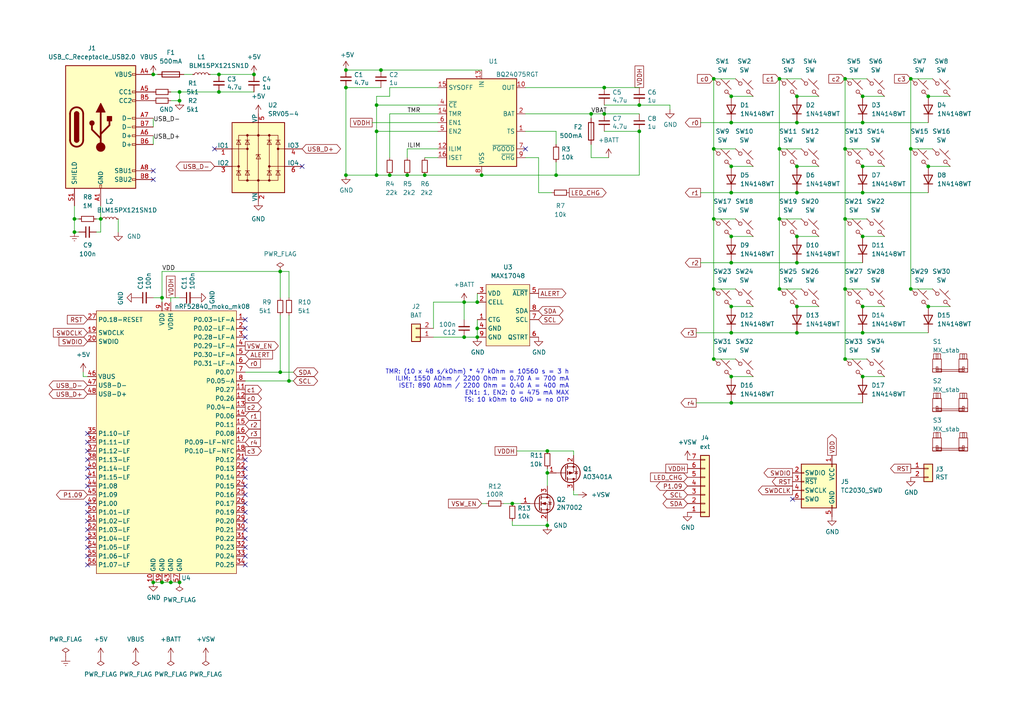
<source format=kicad_sch>
(kicad_sch (version 20230121) (generator eeschema)
  (paper "A4")
  (junction (at 44.45 21.59))
  (junction (at 207.01 104.14))
  (junction (at 138.43 97.79))
  (junction (at 212.09 55.88))
  (junction (at 175.26 25.4) (diameter 0.9144))
  (junction (at 185.42 38.1) (diameter 0.9144))
  (junction (at 250.19 27.94))
  (junction (at 269.24 48.26))
  (junction (at 207.01 63.5))
  (junction (at 212.09 116.84))
  (junction (at 231.14 68.58))
  (junction (at 158.75 152.4))
  (junction (at 49.53 168.91))
  (junction (at 21.59 67.31))
  (junction (at 226.06 63.5))
  (junction (at 118.11 50.8) (diameter 0.9144))
  (junction (at 185.42 30.48) (diameter 0.9144))
  (junction (at 109.22 38.1) (diameter 0.9144))
  (junction (at 134.62 87.63))
  (junction (at 158.75 137.16))
  (junction (at 231.14 48.26))
  (junction (at 231.14 27.94))
  (junction (at 212.09 68.58))
  (junction (at 175.26 33.02) (diameter 0.9144))
  (junction (at 245.11 43.18))
  (junction (at 171.45 33.02))
  (junction (at 250.19 96.52))
  (junction (at 226.06 43.18))
  (junction (at 148.59 146.05))
  (junction (at 269.24 88.9))
  (junction (at 100.33 25.4) (diameter 0.9144))
  (junction (at 52.07 26.67))
  (junction (at 29.21 63.5))
  (junction (at 44.45 168.91))
  (junction (at 231.14 96.52))
  (junction (at 212.09 35.56))
  (junction (at 81.28 107.95))
  (junction (at 245.11 83.82))
  (junction (at 212.09 27.94))
  (junction (at 138.43 87.63))
  (junction (at 138.43 95.25))
  (junction (at 250.19 88.9))
  (junction (at 264.16 43.18))
  (junction (at 245.11 104.14))
  (junction (at 250.19 68.58))
  (junction (at 21.59 63.5))
  (junction (at 212.09 48.26))
  (junction (at 207.01 22.86))
  (junction (at 100.33 20.32) (diameter 0.9144))
  (junction (at 46.99 168.91))
  (junction (at 269.24 27.94))
  (junction (at 158.75 130.81))
  (junction (at 250.19 48.26))
  (junction (at 139.7 50.8))
  (junction (at 231.14 35.56))
  (junction (at 231.14 88.9))
  (junction (at 250.19 109.22))
  (junction (at 63.5 26.67))
  (junction (at 113.03 50.8) (diameter 0.9144))
  (junction (at 73.66 21.59))
  (junction (at 109.22 50.8) (diameter 0.9144))
  (junction (at 207.01 83.82))
  (junction (at 46.99 86.36))
  (junction (at 250.19 55.88))
  (junction (at 250.19 35.56))
  (junction (at 81.28 78.74))
  (junction (at 134.62 97.79))
  (junction (at 245.11 63.5))
  (junction (at 226.06 22.86))
  (junction (at 264.16 22.86))
  (junction (at 207.01 43.18))
  (junction (at 231.14 55.88))
  (junction (at 212.09 109.22))
  (junction (at 123.19 50.8) (diameter 0.9144))
  (junction (at 264.16 83.82))
  (junction (at 83.82 110.49))
  (junction (at 231.14 76.2))
  (junction (at 226.06 83.82))
  (junction (at 52.07 29.21))
  (junction (at 63.5 21.59))
  (junction (at 161.29 50.8) (diameter 0.9144))
  (junction (at 245.11 22.86))
  (junction (at 109.22 30.48))
  (junction (at 100.33 50.8) (diameter 0.9144))
  (junction (at 212.09 76.2))
  (junction (at 212.09 96.52))
  (junction (at 212.09 88.9))
  (junction (at 110.49 20.32) (diameter 0.9144))
  (junction (at 52.07 168.91))
  (no_connect (at 44.45 49.53))
  (no_connect (at 71.12 97.79))
  (no_connect (at 152.4 43.18))
  (no_connect (at 71.12 92.71))
  (no_connect (at 229.87 144.78))
  (no_connect (at 25.4 125.73))
  (no_connect (at 25.4 128.27))
  (no_connect (at 25.4 130.81))
  (no_connect (at 25.4 133.35))
  (no_connect (at 25.4 135.89))
  (no_connect (at 25.4 163.83))
  (no_connect (at 25.4 138.43))
  (no_connect (at 25.4 140.97))
  (no_connect (at 25.4 146.05))
  (no_connect (at 25.4 148.59))
  (no_connect (at 25.4 151.13))
  (no_connect (at 25.4 153.67))
  (no_connect (at 25.4 156.21))
  (no_connect (at 25.4 158.75))
  (no_connect (at 25.4 161.29))
  (no_connect (at 71.12 133.35))
  (no_connect (at 71.12 135.89))
  (no_connect (at 71.12 95.25))
  (no_connect (at 71.12 138.43))
  (no_connect (at 71.12 161.29))
  (no_connect (at 71.12 158.75))
  (no_connect (at 71.12 156.21))
  (no_connect (at 71.12 153.67))
  (no_connect (at 71.12 151.13))
  (no_connect (at 71.12 148.59))
  (no_connect (at 71.12 146.05))
  (no_connect (at 71.12 143.51))
  (no_connect (at 71.12 140.97))
  (no_connect (at 62.23 43.18))
  (no_connect (at 87.63 48.26))
  (no_connect (at 44.45 52.07))
  (no_connect (at 71.12 163.83))
  (wire (pts (xy 226.06 43.18) (xy 226.06 63.5)))
  (wire (pts (xy 203.2 76.2) (xy 212.09 76.2)))
  (wire (pts (xy 49.53 168.91) (xy 52.07 168.91)))
  (wire (pts (xy 34.29 63.5) (xy 34.29 67.31)))
  (wire (pts (xy 113.03 50.8) (xy 118.11 50.8)))
  (wire (pts (xy 109.22 30.48) (xy 127 30.48)))
  (wire (pts (xy 207.01 43.18) (xy 213.36 43.18)))
  (wire (pts (xy 46.99 78.74) (xy 81.28 78.74)))
  (wire (pts (xy 100.33 20.32) (xy 110.49 20.32)))
  (wire (pts (xy 139.7 146.05) (xy 140.97 146.05)))
  (wire (pts (xy 245.11 83.82) (xy 245.11 104.14)))
  (wire (pts (xy 231.14 27.94) (xy 237.49 27.94)))
  (wire (pts (xy 231.14 55.88) (xy 250.19 55.88)))
  (wire (pts (xy 49.53 87.63) (xy 49.53 86.36)))
  (wire (pts (xy 158.75 140.97) (xy 158.75 137.16)))
  (wire (pts (xy 81.28 91.44) (xy 81.28 107.95)))
  (wire (pts (xy 207.01 63.5) (xy 213.36 63.5)))
  (wire (pts (xy 250.19 35.56) (xy 269.24 35.56)))
  (wire (pts (xy 245.11 63.5) (xy 251.46 63.5)))
  (wire (pts (xy 83.82 110.49) (xy 85.09 110.49)))
  (wire (pts (xy 212.09 116.84) (xy 250.19 116.84)))
  (wire (pts (xy 212.09 96.52) (xy 231.14 96.52)))
  (wire (pts (xy 152.4 33.02) (xy 171.45 33.02)))
  (wire (pts (xy 250.19 48.26) (xy 256.54 48.26)))
  (wire (pts (xy 44.45 86.36) (xy 46.99 86.36)))
  (wire (pts (xy 194.31 30.48) (xy 185.42 30.48)))
  (wire (pts (xy 46.99 86.36) (xy 46.99 87.63)))
  (wire (pts (xy 156.21 55.88) (xy 160.02 55.88)))
  (wire (pts (xy 134.62 92.71) (xy 134.62 87.63)))
  (wire (pts (xy 245.11 104.14) (xy 251.46 104.14)))
  (wire (pts (xy 134.62 97.79) (xy 138.43 97.79)))
  (wire (pts (xy 83.82 91.44) (xy 83.82 110.49)))
  (wire (pts (xy 212.09 88.9) (xy 218.44 88.9)))
  (wire (pts (xy 171.45 45.72) (xy 176.53 45.72)))
  (wire (pts (xy 207.01 83.82) (xy 213.36 83.82)))
  (wire (pts (xy 107.95 35.56) (xy 127 35.56)))
  (wire (pts (xy 113.03 33.02) (xy 127 33.02)))
  (wire (pts (xy 83.82 86.36) (xy 83.82 78.74)))
  (wire (pts (xy 118.11 50.8) (xy 123.19 50.8)))
  (wire (pts (xy 231.14 35.56) (xy 250.19 35.56)))
  (wire (pts (xy 109.22 30.48) (xy 109.22 38.1)))
  (wire (pts (xy 226.06 63.5) (xy 232.41 63.5)))
  (wire (pts (xy 250.19 55.88) (xy 269.24 55.88)))
  (wire (pts (xy 175.26 38.1) (xy 185.42 38.1)))
  (wire (pts (xy 171.45 33.02) (xy 171.45 34.29)))
  (wire (pts (xy 245.11 63.5) (xy 245.11 83.82)))
  (wire (pts (xy 250.19 68.58) (xy 256.54 68.58)))
  (wire (pts (xy 21.59 59.69) (xy 21.59 63.5)))
  (wire (pts (xy 152.4 25.4) (xy 175.26 25.4)))
  (wire (pts (xy 29.21 63.5) (xy 29.21 59.69)))
  (wire (pts (xy 118.11 43.18) (xy 127 43.18)))
  (wire (pts (xy 139.7 50.8) (xy 161.29 50.8)))
  (wire (pts (xy 158.75 151.13) (xy 158.75 152.4)))
  (wire (pts (xy 46.99 86.36) (xy 46.99 78.74)))
  (wire (pts (xy 171.45 41.91) (xy 171.45 45.72)))
  (wire (pts (xy 46.99 168.91) (xy 49.53 168.91)))
  (wire (pts (xy 250.19 96.52) (xy 269.24 96.52)))
  (wire (pts (xy 250.19 27.94) (xy 256.54 27.94)))
  (wire (pts (xy 245.11 22.86) (xy 251.46 22.86)))
  (wire (pts (xy 152.4 45.72) (xy 156.21 45.72)))
  (wire (pts (xy 161.29 46.99) (xy 161.29 50.8)))
  (wire (pts (xy 226.06 22.86) (xy 226.06 43.18)))
  (wire (pts (xy 166.37 130.81) (xy 166.37 132.08)))
  (wire (pts (xy 161.29 50.8) (xy 185.42 50.8)))
  (wire (pts (xy 207.01 22.86) (xy 213.36 22.86)))
  (wire (pts (xy 63.5 26.67) (xy 73.66 26.67)))
  (wire (pts (xy 269.24 88.9) (xy 275.59 88.9)))
  (wire (pts (xy 156.21 45.72) (xy 156.21 55.88)))
  (wire (pts (xy 27.94 63.5) (xy 29.21 63.5)))
  (wire (pts (xy 245.11 43.18) (xy 251.46 43.18)))
  (wire (pts (xy 134.62 87.63) (xy 138.43 87.63)))
  (wire (pts (xy 83.82 110.49) (xy 71.12 110.49)))
  (wire (pts (xy 264.16 83.82) (xy 270.51 83.82)))
  (wire (pts (xy 118.11 43.18) (xy 118.11 45.72)))
  (wire (pts (xy 245.11 83.82) (xy 251.46 83.82)))
  (wire (pts (xy 49.53 26.67) (xy 52.07 26.67)))
  (wire (pts (xy 207.01 22.86) (xy 207.01 43.18)))
  (wire (pts (xy 52.07 26.67) (xy 63.5 26.67)))
  (wire (pts (xy 212.09 68.58) (xy 218.44 68.58)))
  (wire (pts (xy 29.21 67.31) (xy 29.21 63.5)))
  (wire (pts (xy 49.53 29.21) (xy 52.07 29.21)))
  (wire (pts (xy 269.24 48.26) (xy 275.59 48.26)))
  (wire (pts (xy 250.19 88.9) (xy 256.54 88.9)))
  (wire (pts (xy 148.59 152.4) (xy 148.59 151.13)))
  (wire (pts (xy 250.19 109.22) (xy 256.54 109.22)))
  (wire (pts (xy 125.73 97.79) (xy 134.62 97.79)))
  (wire (pts (xy 138.43 95.25) (xy 138.43 97.79)))
  (wire (pts (xy 226.06 63.5) (xy 226.06 83.82)))
  (wire (pts (xy 44.45 39.37) (xy 44.45 41.91)))
  (wire (pts (xy 110.49 20.32) (xy 139.7 20.32)))
  (wire (pts (xy 123.19 50.8) (xy 139.7 50.8)))
  (wire (pts (xy 226.06 43.18) (xy 232.41 43.18)))
  (wire (pts (xy 167.64 143.51) (xy 166.37 143.51)))
  (wire (pts (xy 49.53 86.36) (xy 52.07 86.36)))
  (wire (pts (xy 185.42 50.8) (xy 185.42 38.1)))
  (wire (pts (xy 83.82 78.74) (xy 81.28 78.74)))
  (wire (pts (xy 44.45 21.59) (xy 45.72 21.59)))
  (wire (pts (xy 231.14 88.9) (xy 237.49 88.9)))
  (wire (pts (xy 207.01 83.82) (xy 207.01 104.14)))
  (wire (pts (xy 138.43 85.09) (xy 138.43 87.63)))
  (wire (pts (xy 171.45 33.02) (xy 175.26 33.02)))
  (wire (pts (xy 161.29 41.91) (xy 161.29 38.1)))
  (wire (pts (xy 100.33 50.8) (xy 100.33 25.4)))
  (wire (pts (xy 166.37 143.51) (xy 166.37 142.24)))
  (wire (pts (xy 24.13 109.22) (xy 25.4 109.22)))
  (wire (pts (xy 138.43 92.71) (xy 138.43 95.25)))
  (wire (pts (xy 201.93 96.52) (xy 212.09 96.52)))
  (wire (pts (xy 113.03 27.94) (xy 109.22 27.94)))
  (wire (pts (xy 21.59 63.5) (xy 22.86 63.5)))
  (wire (pts (xy 125.73 95.25) (xy 125.73 87.63)))
  (wire (pts (xy 81.28 107.95) (xy 71.12 107.95)))
  (wire (pts (xy 212.09 27.94) (xy 218.44 27.94)))
  (wire (pts (xy 24.13 107.95) (xy 24.13 109.22)))
  (wire (pts (xy 212.09 55.88) (xy 231.14 55.88)))
  (wire (pts (xy 269.24 27.94) (xy 275.59 27.94)))
  (wire (pts (xy 44.45 34.29) (xy 44.45 36.83)))
  (wire (pts (xy 175.26 33.02) (xy 185.42 33.02)))
  (wire (pts (xy 175.26 25.4) (xy 185.42 25.4)))
  (wire (pts (xy 212.09 76.2) (xy 231.14 76.2)))
  (wire (pts (xy 245.11 22.86) (xy 245.11 43.18)))
  (wire (pts (xy 149.86 130.81) (xy 158.75 130.81)))
  (wire (pts (xy 52.07 26.67) (xy 52.07 29.21)))
  (wire (pts (xy 53.34 21.59) (xy 55.88 21.59)))
  (wire (pts (xy 158.75 135.89) (xy 158.75 137.16)))
  (wire (pts (xy 207.01 63.5) (xy 207.01 83.82)))
  (wire (pts (xy 146.05 146.05) (xy 148.59 146.05)))
  (wire (pts (xy 226.06 22.86) (xy 232.41 22.86)))
  (wire (pts (xy 152.4 38.1) (xy 161.29 38.1)))
  (wire (pts (xy 127 25.4) (xy 113.03 25.4)))
  (wire (pts (xy 194.31 31.75) (xy 194.31 30.48)))
  (wire (pts (xy 203.2 35.56) (xy 212.09 35.56)))
  (wire (pts (xy 27.94 67.31) (xy 29.21 67.31)))
  (wire (pts (xy 158.75 130.81) (xy 166.37 130.81)))
  (wire (pts (xy 212.09 35.56) (xy 231.14 35.56)))
  (wire (pts (xy 148.59 146.05) (xy 151.13 146.05)))
  (wire (pts (xy 81.28 78.74) (xy 81.28 86.36)))
  (wire (pts (xy 203.2 55.88) (xy 212.09 55.88)))
  (wire (pts (xy 125.73 87.63) (xy 134.62 87.63)))
  (wire (pts (xy 21.59 67.31) (xy 22.86 67.31)))
  (wire (pts (xy 100.33 25.4) (xy 110.49 25.4)))
  (wire (pts (xy 100.33 50.8) (xy 109.22 50.8)))
  (wire (pts (xy 231.14 76.2) (xy 250.19 76.2)))
  (wire (pts (xy 109.22 50.8) (xy 113.03 50.8)))
  (wire (pts (xy 81.28 107.95) (xy 85.09 107.95)))
  (wire (pts (xy 21.59 63.5) (xy 21.59 67.31)))
  (wire (pts (xy 201.93 116.84) (xy 212.09 116.84)))
  (wire (pts (xy 264.16 43.18) (xy 264.16 83.82)))
  (wire (pts (xy 63.5 21.59) (xy 73.66 21.59)))
  (wire (pts (xy 158.75 152.4) (xy 148.59 152.4)))
  (wire (pts (xy 226.06 83.82) (xy 232.41 83.82)))
  (wire (pts (xy 245.11 43.18) (xy 245.11 63.5)))
  (wire (pts (xy 264.16 22.86) (xy 264.16 43.18)))
  (wire (pts (xy 113.03 25.4) (xy 113.03 27.94)))
  (wire (pts (xy 231.14 68.58) (xy 237.49 68.58)))
  (wire (pts (xy 231.14 96.52) (xy 250.19 96.52)))
  (wire (pts (xy 113.03 33.02) (xy 113.03 45.72)))
  (wire (pts (xy 109.22 38.1) (xy 109.22 50.8)))
  (wire (pts (xy 109.22 38.1) (xy 127 38.1)))
  (wire (pts (xy 44.45 168.91) (xy 46.99 168.91)))
  (wire (pts (xy 212.09 48.26) (xy 218.44 48.26)))
  (wire (pts (xy 207.01 104.14) (xy 213.36 104.14)))
  (wire (pts (xy 207.01 43.18) (xy 207.01 63.5)))
  (wire (pts (xy 60.96 21.59) (xy 63.5 21.59)))
  (wire (pts (xy 264.16 22.86) (xy 270.51 22.86)))
  (wire (pts (xy 212.09 109.22) (xy 218.44 109.22)))
  (wire (pts (xy 175.26 30.48) (xy 185.42 30.48)))
  (wire (pts (xy 264.16 43.18) (xy 270.51 43.18)))
  (wire (pts (xy 109.22 27.94) (xy 109.22 30.48)))
  (wire (pts (xy 123.19 45.72) (xy 127 45.72)))
  (wire (pts (xy 231.14 48.26) (xy 237.49 48.26)))
  (text "TMR: (10 x 48 s/kOhm) * 47 kOhm = 10560 s = 3 h\nILIM: 1550 AOhm / 2200 Ohm = 0.70 A = 700 mA\nISET: 890 AOhm / 2200 Ohm = 0.40 A = 400 mA\nEN1: 1, EN2: 0 = 475 mA MAX\nTS: 10 kOhm to GND = no OTP" (at 165.1 116.84 0) (effects (font (size 1.27 1.27)) (justify right bottom)))
  (label "VBAT" (at 171.45 33.02 0))
  (label "VDD" (at 46.99 78.74 0))
  (label "ILIM" (at 118.11 43.18 0))
  (label "TMR" (at 118.11 33.02 0))
  (label "USB_D-" (at 44.45 35.56 0))
  (label "USB_D+" (at 44.45 40.64 0))
  (global_label "VDDH" (shape passive) (at 199.39 135.89 180) (property "Intersheetrefs" "${INTERSHEET_REFS}" (effects hide)))
  (global_label "SDA" (shape bidirectional) (at 156.21 90.17 0) (property "Intersheetrefs" "${INTERSHEET_REFS}" (effects hide)))
  (global_label "LED_CHG" (shape output) (at 165.1 55.88 0) (property "Intersheetrefs" "${INTERSHEET_REFS}" (effects hide)))
  (global_label "r1" (shape input) (at 71.12 120.65 0) (property "Intersheetrefs" "${INTERSHEET_REFS}" (effects hide)))
  (global_label "SCL" (shape bidirectional) (at 199.39 143.51 180) (property "Intersheetrefs" "${INTERSHEET_REFS}" (effects hide)))
  (global_label "USB_D-" (shape bidirectional) (at 62.23 48.26 180) (property "Intersheetrefs" "${INTERSHEET_REFS}" (effects hide)))
  (global_label "r4" (shape input) (at 71.12 128.27 0) (property "Intersheetrefs" "${INTERSHEET_REFS}" (effects hide)))
  (global_label "P1.09" (shape bidirectional) (at 25.4 143.51 180) (property "Intersheetrefs" "${INTERSHEET_REFS}" (effects hide)))
  (global_label "USB_D+" (shape bidirectional) (at 25.4 114.3 180) (property "Intersheetrefs" "${INTERSHEET_REFS}" (effects hide)))
  (global_label "USB_D+" (shape bidirectional) (at 87.63 43.18 0) (property "Intersheetrefs" "${INTERSHEET_REFS}" (effects hide)))
  (global_label "SWDIO" (shape input) (at 25.4 99.06 180) (property "Intersheetrefs" "${INTERSHEET_REFS}" (effects hide)))
  (global_label "c3" (shape input) (at 264.16 22.86 180) (property "Intersheetrefs" "${INTERSHEET_REFS}" (effects hide)))
  (global_label "r2" (shape input) (at 71.12 123.19 0) (property "Intersheetrefs" "${INTERSHEET_REFS}" (effects hide)))
  (global_label "VSW_EN" (shape input) (at 139.7 146.05 180) (property "Intersheetrefs" "${INTERSHEET_REFS}" (effects hide)))
  (global_label "c0" (shape output) (at 71.12 115.57 0) (property "Intersheetrefs" "${INTERSHEET_REFS}" (effects hide)))
  (global_label "r3" (shape input) (at 71.12 125.73 0) (property "Intersheetrefs" "${INTERSHEET_REFS}" (effects hide)))
  (global_label "VSW_EN" (shape output) (at 71.12 100.33 0) (property "Intersheetrefs" "${INTERSHEET_REFS}" (effects hide)))
  (global_label "c2" (shape input) (at 245.11 22.86 180) (property "Intersheetrefs" "${INTERSHEET_REFS}" (effects hide)))
  (global_label "P1.09" (shape bidirectional) (at 199.39 140.97 180) (property "Intersheetrefs" "${INTERSHEET_REFS}" (effects hide)))
  (global_label "r0" (shape output) (at 203.2 35.56 180) (property "Intersheetrefs" "${INTERSHEET_REFS}" (effects hide)))
  (global_label "VDDH" (shape passive) (at 107.95 35.56 180) (property "Intersheetrefs" "${INTERSHEET_REFS}" (effects hide)))
  (global_label "c2" (shape output) (at 71.12 118.11 0) (property "Intersheetrefs" "${INTERSHEET_REFS}" (effects hide)))
  (global_label "SWDCLK" (shape input) (at 25.4 96.52 180) (property "Intersheetrefs" "${INTERSHEET_REFS}" (effects hide)))
  (global_label "LED_CHG" (shape input) (at 199.39 138.43 180) (property "Intersheetrefs" "${INTERSHEET_REFS}" (effects hide)))
  (global_label "r3" (shape output) (at 201.93 96.52 180) (property "Intersheetrefs" "${INTERSHEET_REFS}" (effects hide)))
  (global_label "RST" (shape input) (at 25.4 92.71 180) (property "Intersheetrefs" "${INTERSHEET_REFS}" (effects hide)))
  (global_label "SCL" (shape bidirectional) (at 85.09 110.49 0) (property "Intersheetrefs" "${INTERSHEET_REFS}" (effects hide)))
  (global_label "USB_D-" (shape bidirectional) (at 25.4 111.76 180) (property "Intersheetrefs" "${INTERSHEET_REFS}" (effects hide)))
  (global_label "c3" (shape output) (at 71.12 130.81 0) (property "Intersheetrefs" "${INTERSHEET_REFS}" (effects hide)))
  (global_label "VDD" (shape output) (at 241.3 132.08 90) (property "Intersheetrefs" "${INTERSHEET_REFS}" (effects hide)))
  (global_label "SDA" (shape bidirectional) (at 199.39 146.05 180) (property "Intersheetrefs" "${INTERSHEET_REFS}" (effects hide)))
  (global_label "r1" (shape output) (at 203.2 55.88 180) (property "Intersheetrefs" "${INTERSHEET_REFS}" (effects hide)))
  (global_label "SCL" (shape bidirectional) (at 156.21 92.71 0) (property "Intersheetrefs" "${INTERSHEET_REFS}" (effects hide)))
  (global_label "ALERT" (shape output) (at 156.21 85.09 0) (property "Intersheetrefs" "${INTERSHEET_REFS}" (effects hide)))
  (global_label "VDDH" (shape passive) (at 149.86 130.81 180) (property "Intersheetrefs" "${INTERSHEET_REFS}" (effects hide)))
  (global_label "r0" (shape input) (at 71.12 105.41 0) (property "Intersheetrefs" "${INTERSHEET_REFS}" (effects hide)))
  (global_label "r4" (shape output) (at 201.93 116.84 180) (property "Intersheetrefs" "${INTERSHEET_REFS}" (effects hide)))
  (global_label "SWDCLK" (shape output) (at 229.87 142.24 180) (property "Intersheetrefs" "${INTERSHEET_REFS}" (effects hide)))
  (global_label "RST" (shape output) (at 264.16 135.89 180) (property "Intersheetrefs" "${INTERSHEET_REFS}" (effects hide)))
  (global_label "r2" (shape output) (at 203.2 76.2 180) (property "Intersheetrefs" "${INTERSHEET_REFS}" (effects hide)))
  (global_label "RST" (shape output) (at 229.87 139.7 180) (property "Intersheetrefs" "${INTERSHEET_REFS}" (effects hide)))
  (global_label "SDA" (shape bidirectional) (at 85.09 107.95 0) (property "Intersheetrefs" "${INTERSHEET_REFS}" (effects hide)))
  (global_label "VDDH" (shape passive) (at 185.42 25.4 90) (property "Intersheetrefs" "${INTERSHEET_REFS}" (effects hide)))
  (global_label "SWDIO" (shape output) (at 229.87 137.16 180) (property "Intersheetrefs" "${INTERSHEET_REFS}" (effects hide)))
  (global_label "c0" (shape input) (at 207.01 22.86 180) (property "Intersheetrefs" "${INTERSHEET_REFS}" (effects hide)))
  (global_label "c1" (shape output) (at 71.12 113.03 0) (property "Intersheetrefs" "${INTERSHEET_REFS}" (effects hide)))
  (global_label "VDDH" (shape passive) (at 49.53 86.36 90) (property "Intersheetrefs" "${INTERSHEET_REFS}" (effects hide)))
  (global_label "ALERT" (shape input) (at 71.12 102.87 0) (property "Intersheetrefs" "${INTERSHEET_REFS}" (effects hide)))
  (global_label "c1" (shape input) (at 226.06 22.86 180) (property "Intersheetrefs" "${INTERSHEET_REFS}" (effects hide)))
  (symbol (lib_id "Switch:SW_Push_45deg") (at 247.65 106.68 0) (unit 1)
    (property "Reference" "SW33" (at 247.65 99.06 0))
    (property "Value" "SW" (at 247.65 101.6 0))
    (property "Footprint" "PCM_marbastlib-hitek:SW_HiTek_1u" (effects hide))
  )
  (symbol (lib_id "Switch:SW_Push_45deg") (at 266.7 45.72 0) (unit 1)
    (property "Reference" "SW15" (at 266.7 38.1 0))
    (property "Value" "SW" (at 266.7 40.64 0))
    (property "Footprint" "PCM_marbastlib-hitek:SW_HiTek_1u" (effects hide))
  )
  (symbol (lib_id "Diode:1N4148WT") (at 231.14 92.71 90) (unit 1)
    (property "Reference" "D13" (at 233.68 91.4399 90) (effects (justify right)))
    (property "Value" "1N4148WT" (at 233.68 93.9799 90) (effects (justify right)))
    (property "Footprint" "Diode_SMD:D_SOD-523" (effects hide))
    (property "Datasheet" "https://www.diodes.com/assets/Datasheets/ds30396.pdf" (effects hide))
  )
  (symbol (lib_id "Device:C_Small") (at 185.42 35.56 0) (unit 1)
    (property "Reference" "C8" (at 187.7568 34.3916 0) (effects (justify left)))
    (property "Value" "1u" (at 187.7568 36.703 0) (effects (justify left)))
    (property "Footprint" "Capacitor_SMD:C_0402_1005Metric" (effects hide))
    (property "LCSC" "C52923" (effects hide))
    (property "Notes" "X7R, 10%" (effects hide))
  )
  (symbol (lib_id "Device:R_Small") (at 83.82 88.9 180) (unit 1)
    (property "Reference" "R10" (at 86.36 87.6299 0) (effects (justify right)))
    (property "Value" "5k1" (at 86.36 90.1699 0) (effects (justify right)))
    (property "Footprint" "Resistor_SMD:R_0402_1005Metric" (effects hide))
  )
  (symbol (lib_id "power:Earth") (at 21.59 67.31 0) (unit 1)
    (property "Reference" "#PWR010" (effects hide))
    (property "Value" "Earth" (effects hide))
  )
  (symbol (lib_id "Switch:SW_Push_45deg") (at 215.9 66.04 0) (unit 1)
    (property "Reference" "SW18" (at 215.9 58.42 0))
    (property "Value" "SW" (at 215.9 60.96 0))
    (property "Footprint" "PCM_marbastlib-mx:SW_MX_1u" (effects hide))
  )
  (symbol (lib_id "Transistor_FET:AO3401A") (at 163.83 137.16 0) (mirror x) (unit 1)
    (property "Reference" "Q1" (at 169.037 135.9916 0) (effects (justify left)))
    (property "Value" "AO3401A" (at 169.037 138.303 0) (effects (justify left)))
    (property "Footprint" "Package_TO_SOT_SMD:SOT-23" (effects hide))
    (property "Datasheet" "http://www.aosmd.com/pdfs/datasheet/AO3401A.pdf" (effects hide))
  )
  (symbol (lib_id "Switch:SW_Push_45deg") (at 228.6 45.72 0) (unit 1)
    (property "Reference" "SW11" (at 228.6 38.1 0))
    (property "Value" "SW" (at 228.6 40.64 0))
    (property "Footprint" "PCM_marbastlib-hitek:SW_HiTek_1u" (effects hide))
  )
  (symbol (lib_id "Switch:SW_Push_45deg") (at 273.05 86.36 0) (unit 1)
    (property "Reference" "SW30" (at 273.05 78.74 0))
    (property "Value" "SW" (at 273.05 81.28 0))
    (property "Footprint" "PCM_marbastlib-mx:SW_MX_1u" (effects hide))
  )
  (symbol (lib_id "Diode:1N4148WT") (at 269.24 92.71 90) (unit 1)
    (property "Reference" "D15" (at 271.78 91.4399 90) (effects (justify right)))
    (property "Value" "1N4148WT" (at 271.78 93.9799 90) (effects (justify right)))
    (property "Footprint" "Diode_SMD:D_SOD-523" (effects hide))
    (property "Datasheet" "https://www.diodes.com/assets/Datasheets/ds30396.pdf" (effects hide))
  )
  (symbol (lib_id "Switch:SW_Push_45deg") (at 209.55 25.4 0) (unit 1)
    (property "Reference" "SW1" (at 209.55 17.78 0))
    (property "Value" "SW" (at 209.55 20.32 0))
    (property "Footprint" "PCM_marbastlib-hitek:SW_HiTek_1u" (effects hide))
  )
  (symbol (lib_id "Device:L_Small") (at 31.75 63.5 90) (unit 1)
    (property "Reference" "L2" (at 31.75 58.42 90))
    (property "Value" "BLM15PX121SN1D" (at 36.83 60.96 90))
    (property "Footprint" "Inductor_SMD:L_0402_1005Metric" (effects hide))
    (property "LCSC" "C88970" (effects hide))
  )
  (symbol (lib_id "Device:R_Small") (at 123.19 48.26 0) (unit 1)
    (property "Reference" "R6" (at 121.92 53.34 0) (effects (justify left)))
    (property "Value" "2k2" (at 121.92 55.88 0) (effects (justify left)))
    (property "Footprint" "Resistor_SMD:R_0402_1005Metric" (effects hide))
    (property "LCSC" "C25744" (effects hide))
  )
  (symbol (lib_id "Device:C_Small") (at 41.91 86.36 90) (unit 1)
    (property "Reference" "C10" (at 40.7416 84.0232 0) (effects (justify left)))
    (property "Value" "100n" (at 43.053 84.0232 0) (effects (justify left)))
    (property "Footprint" "Capacitor_SMD:C_0402_1005Metric" (effects hide))
    (property "LCSC" "C52923" (effects hide))
    (property "Notes" "X7R, 10%" (effects hide))
  )
  (symbol (lib_id "Switch:SW_Push_45deg") (at 234.95 25.4 0) (unit 1)
    (property "Reference" "SW4" (at 234.95 17.78 0))
    (property "Value" "SW" (at 234.95 20.32 0))
    (property "Footprint" "PCM_marbastlib-mx:SW_MX_1u" (effects hide))
  )
  (symbol (lib_id "Device:C_Small") (at 25.4 67.31 90) (unit 1)
    (property "Reference" "C9" (at 25.4063 71.12 90))
    (property "Value" "100n" (at 25.4063 73.66 90))
    (property "Footprint" "Capacitor_SMD:C_0402_1005Metric" (effects hide))
  )
  (symbol (lib_id "marbastlib-various:MAX17048") (at 147.32 91.44 0) (unit 1)
    (property "Reference" "U3" (at 147.32 77.47 0))
    (property "Value" "MAX17048" (at 147.32 80.01 0))
    (property "Footprint" "Package_DFN_QFN:DFN-8-1EP_2x2mm_P0.5mm_EP0.7x1.3mm" (effects hide))
    (property "Datasheet" "https://datasheets.maximintegrated.com/en/ds/MAX17048-MAX17049.pdf" (effects hide))
  )
  (symbol (lib_id "Device:R_Small") (at 118.11 48.26 0) (unit 1)
    (property "Reference" "R5" (at 116.84 53.34 0) (effects (justify left)))
    (property "Value" "2k2" (at 116.84 55.88 0) (effects (justify left)))
    (property "Footprint" "Resistor_SMD:R_0402_1005Metric" (effects hide))
    (property "LCSC" "C25867" (effects hide))
  )
  (symbol (lib_id "Switch:SW_Push_45deg") (at 234.95 45.72 0) (unit 1)
    (property "Reference" "SW12" (at 234.95 38.1 0))
    (property "Value" "SW" (at 234.95 40.64 0))
    (property "Footprint" "PCM_marbastlib-mx:SW_MX_1u" (effects hide))
  )
  (symbol (lib_id "Switch:SW_Push_45deg") (at 254 66.04 0) (unit 1)
    (property "Reference" "SW22" (at 254 58.42 0))
    (property "Value" "SW" (at 254 60.96 0))
    (property "Footprint" "PCM_marbastlib-mx:SW_MX_1u" (effects hide))
  )
  (symbol (lib_id "Device:R_Small") (at 143.51 146.05 270) (unit 1)
    (property "Reference" "R12" (at 143.51 141.0716 90))
    (property "Value" "100R" (at 143.51 143.383 90))
    (property "Footprint" "Resistor_SMD:R_0402_1005Metric" (effects hide))
  )
  (symbol (lib_id "power:PWR_FLAG") (at 19.05 190.5 0) (unit 1)
    (property "Reference" "#FLG03" (effects hide))
    (property "Value" "PWR_FLAG" (at 19.05 185.42 0))
  )
  (symbol (lib_id "power:VBUS") (at 39.37 190.5 0) (unit 1)
    (property "Reference" "#PWR027" (effects hide))
    (property "Value" "VBUS" (at 39.37 185.42 0))
  )
  (symbol (lib_id "Switch:SW_Push_45deg") (at 273.05 25.4 0) (unit 1)
    (property "Reference" "SW8" (at 273.05 17.78 0))
    (property "Value" "SW" (at 273.05 20.32 0))
    (property "Footprint" "PCM_marbastlib-mx:SW_MX_1u" (effects hide))
  )
  (symbol (lib_id "power:PWR_FLAG") (at 81.28 78.74 0) (unit 1)
    (property "Reference" "#FLG01" (effects hide))
    (property "Value" "PWR_FLAG" (at 81.28 73.66 0))
  )
  (symbol (lib_id "power:GND") (at 39.37 86.36 270) (unit 1)
    (property "Reference" "#PWR012" (effects hide))
    (property "Value" "GND" (at 34.9758 86.487 0))
  )
  (symbol (lib_id "Switch:SW_Push_45deg") (at 273.05 45.72 0) (unit 1)
    (property "Reference" "SW16" (at 273.05 38.1 0))
    (property "Value" "SW" (at 273.05 40.64 0))
    (property "Footprint" "PCM_marbastlib-mx:SW_MX_1u" (effects hide))
  )
  (symbol (lib_id "Switch:SW_Push_45deg") (at 234.95 86.36 0) (unit 1)
    (property "Reference" "SW26" (at 234.95 78.74 0))
    (property "Value" "SW" (at 234.95 81.28 0))
    (property "Footprint" "PCM_marbastlib-mx:SW_MX_1u" (effects hide))
  )
  (symbol (lib_id "Diode:1N4148WT") (at 250.19 113.03 90) (unit 1)
    (property "Reference" "D17" (at 252.73 111.7599 90) (effects (justify right)))
    (property "Value" "1N4148WT" (at 252.73 114.2999 90) (effects (justify right)))
    (property "Footprint" "Diode_SMD:D_SOD-523" (effects hide))
    (property "Datasheet" "https://www.diodes.com/assets/Datasheets/ds30396.pdf" (effects hide))
  )
  (symbol (lib_id "power:Earth") (at 19.05 190.5 0) (unit 1)
    (property "Reference" "#PWR025" (effects hide))
    (property "Value" "Earth" (effects hide))
  )
  (symbol (lib_id "Device:C_Small") (at 110.49 22.86 0) (unit 1)
    (property "Reference" "C2" (at 112.8268 21.6916 0) (effects (justify left)))
    (property "Value" "1u" (at 112.8268 24.003 0) (effects (justify left)))
    (property "Footprint" "Capacitor_SMD:C_0402_1005Metric" (effects hide))
    (property "LCSC" "C52923" (effects hide))
    (property "Notes" "X7R, 10%" (effects hide))
  )
  (symbol (lib_id "power:GND") (at 241.3 149.86 0) (unit 1)
    (property "Reference" "#PWR022" (effects hide))
    (property "Value" "GND" (at 241.427 154.2542 0))
  )
  (symbol (lib_id "Power_Protection:SRV05-4") (at 74.93 45.72 0) (unit 1)
    (property "Reference" "U2" (at 77.6987 30.48 0) (effects (justify left)))
    (property "Value" "SRV05-4" (at 77.6987 33.02 0) (effects (justify left)))
    (property "Footprint" "Package_TO_SOT_SMD:SOT-23-6" (effects hide))
    (property "Datasheet" "http://www.onsemi.com/pub/Collateral/SRV05-4-D.PDF" (effects hide))
  )
  (symbol (lib_id "Switch:SW_Push_45deg") (at 215.9 106.68 0) (unit 1)
    (property "Reference" "SW32" (at 215.9 99.06 0))
    (property "Value" "SW" (at 215.9 101.6 0))
    (property "Footprint" "PCM_marbastlib-mx:SW_MX_1u" (effects hide))
  )
  (symbol (lib_id "Device:C_Small") (at 175.26 27.94 0) (unit 1)
    (property "Reference" "C5" (at 177.5968 26.7716 0) (effects (justify left)))
    (property "Value" "4.7u" (at 177.5968 29.083 0) (effects (justify left)))
    (property "Footprint" "Capacitor_SMD:C_0402_1005Metric" (effects hide))
    (property "LCSC" "C23733" (effects hide))
    (property "Notes" "X7R, 10%" (effects hide))
  )
  (symbol (lib_id "Switch:SW_Push_45deg") (at 254 25.4 0) (unit 1)
    (property "Reference" "SW6" (at 254 17.78 0))
    (property "Value" "SW" (at 254 20.32 0))
    (property "Footprint" "PCM_marbastlib-mx:SW_MX_1u" (effects hide))
  )
  (symbol (lib_id "Diode:1N4148WT") (at 250.19 52.07 90) (unit 1)
    (property "Reference" "D7" (at 252.73 50.7999 90) (effects (justify right)))
    (property "Value" "1N4148WT" (at 252.73 53.3399 90) (effects (justify right)))
    (property "Footprint" "Diode_SMD:D_SOD-523" (effects hide))
    (property "Datasheet" "https://www.diodes.com/assets/Datasheets/ds30396.pdf" (effects hide))
  )
  (symbol (lib_id "Switch:SW_Push_45deg") (at 209.55 86.36 0) (unit 1)
    (property "Reference" "SW23" (at 209.55 78.74 0))
    (property "Value" "SW" (at 209.55 81.28 0))
    (property "Footprint" "PCM_marbastlib-hitek:SW_HiTek_1u" (effects hide))
  )
  (symbol (lib_id "Switch:SW_Push_45deg") (at 209.55 45.72 0) (unit 1)
    (property "Reference" "SW9" (at 209.55 38.1 0))
    (property "Value" "SW" (at 209.55 40.64 0))
    (property "Footprint" "PCM_marbastlib-hitek:SW_HiTek_1u" (effects hide))
  )
  (symbol (lib_id "Switch:SW_Push_45deg") (at 209.55 106.68 0) (unit 1)
    (property "Reference" "SW31" (at 209.55 99.06 0))
    (property "Value" "SW" (at 209.55 101.6 0))
    (property "Footprint" "PCM_marbastlib-hitek:SW_HiTek_1u" (effects hide))
  )
  (symbol (lib_id "Diode:1N4148WT") (at 231.14 31.75 90) (unit 1)
    (property "Reference" "D2" (at 233.68 30.4799 90) (effects (justify right)))
    (property "Value" "1N4148WT" (at 233.68 33.0199 90) (effects (justify right)))
    (property "Footprint" "Diode_SMD:D_SOD-523" (effects hide))
    (property "Datasheet" "https://www.diodes.com/assets/Datasheets/ds30396.pdf" (effects hide))
  )
  (symbol (lib_id "Device:C_Small") (at 134.62 95.25 180) (unit 1)
    (property "Reference" "C12" (at 132.2832 96.4184 0) (effects (justify left)))
    (property "Value" "100n" (at 132.2832 94.107 0) (effects (justify left)))
    (property "Footprint" "Capacitor_SMD:C_0402_1005Metric" (effects hide))
    (property "LCSC" "C52923" (effects hide))
    (property "Notes" "X7R, 10%" (effects hide))
  )
  (symbol (lib_id "power:GND") (at 74.93 58.42 0) (unit 1)
    (property "Reference" "#PWR09" (effects hide))
    (property "Value" "GND" (at 74.93 63.5 0))
  )
  (symbol (lib_id "Switch:SW_Push_45deg") (at 234.95 66.04 0) (unit 1)
    (property "Reference" "SW20" (at 234.95 58.42 0))
    (property "Value" "SW" (at 234.95 60.96 0))
    (property "Footprint" "PCM_marbastlib-mx:SW_MX_1u" (effects hide))
  )
  (symbol (lib_id "PCM_marbastlib-various:nRF52840_moko_mk08") (at 48.26 128.27 0) (unit 1)
    (property "Reference" "U4" (at 53.975 167.64 0))
    (property "Value" "nRF52840_moko_mk08" (at 61.595 88.9 0))
    (property "Footprint" "PCM_marbastlib-xp-various:nRF52840_moko_mk08_HS" (effects hide))
    (property "Datasheet" "https://www.mokoblue.com/wp-content/uploads/2021/07/MK08_Bluetooth_Module_Datasheet-V1.0-20112601.pdf" (effects hide))
  )
  (symbol (lib_id "Device:R_Small") (at 158.75 133.35 180) (unit 1)
    (property "Reference" "R11" (at 153.67 132.08 0) (effects (justify right)))
    (property "Value" "10k" (at 153.67 134.62 0) (effects (justify right)))
    (property "Footprint" "Resistor_SMD:R_0402_1005Metric" (effects hide))
  )
  (symbol (lib_id "Device:R_Small") (at 113.03 48.26 0) (unit 1)
    (property "Reference" "R4" (at 111.76 53.34 0) (effects (justify left)))
    (property "Value" "22k" (at 111.76 55.88 0) (effects (justify left)))
    (property "Footprint" "Resistor_SMD:R_0402_1005Metric" (effects hide))
    (property "LCSC" "C25792" (effects hide))
  )
  (symbol (lib_id "Switch:SW_Push_45deg") (at 254 106.68 0) (unit 1)
    (property "Reference" "SW34" (at 254 99.06 0))
    (property "Value" "SW" (at 254 101.6 0))
    (property "Footprint" "PCM_marbastlib-mx:SW_MX_1u" (effects hide))
  )
  (symbol (lib_id "Switch:SW_Push_45deg") (at 228.6 66.04 0) (unit 1)
    (property "Reference" "SW19" (at 228.6 58.42 0))
    (property "Value" "SW" (at 228.6 60.96 0))
    (property "Footprint" "PCM_marbastlib-hitek:SW_HiTek_1u" (effects hide))
  )
  (symbol (lib_id "Device:R_Small") (at 46.99 29.21 90) (unit 1)
    (property "Reference" "R2" (at 55.88 29.21 90))
    (property "Value" "5k1" (at 55.88 31.75 90))
    (property "Footprint" "Resistor_SMD:R_0402_1005Metric" (effects hide))
  )
  (symbol (lib_id "power:+BATT") (at 49.53 190.5 0) (unit 1)
    (property "Reference" "#PWR028" (effects hide))
    (property "Value" "+BATT" (at 49.53 185.42 0))
  )
  (symbol (lib_id "Switch:SW_Push_45deg") (at 247.65 45.72 0) (unit 1)
    (property "Reference" "SW13" (at 247.65 38.1 0))
    (property "Value" "SW" (at 247.65 40.64 0))
    (property "Footprint" "PCM_marbastlib-hitek:SW_HiTek_1u" (effects hide))
  )
  (symbol (lib_id "Device:R_Small") (at 161.29 44.45 0) (unit 1)
    (property "Reference" "R3" (at 162.7886 43.2816 0) (effects (justify left)))
    (property "Value" "10k" (at 162.7886 45.593 0) (effects (justify left)))
    (property "Footprint" "Resistor_SMD:R_0402_1005Metric" (effects hide))
    (property "LCSC" "C25744" (effects hide))
  )
  (symbol (lib_id "power:GND") (at 158.75 152.4 0) (unit 1)
    (property "Reference" "#PWR023" (effects hide))
    (property "Value" "GND" (at 162.56 152.4 0))
  )
  (symbol (lib_id "Switch:SW_Push_45deg") (at 215.9 25.4 0) (unit 1)
    (property "Reference" "SW2" (at 215.9 17.78 0))
    (property "Value" "SW" (at 215.9 20.32 0))
    (property "Footprint" "PCM_marbastlib-mx:SW_MX_1u" (effects hide))
  )
  (symbol (lib_id "power:+VSW") (at 167.64 143.51 270) (unit 1)
    (property "Reference" "#PWR020" (effects hide))
    (property "Value" "+VSW" (at 171.45 143.5099 90) (effects (justify left)))
  )
  (symbol (lib_id "Device:R_Small") (at 148.59 148.59 0) (unit 1)
    (property "Reference" "R13" (at 150.0886 147.4216 0) (effects (justify left)))
    (property "Value" "10k" (at 150.0886 149.733 0) (effects (justify left)))
    (property "Footprint" "Resistor_SMD:R_0402_1005Metric" (effects hide))
  )
  (symbol (lib_id "Device:R_Small") (at 46.99 26.67 90) (unit 1)
    (property "Reference" "R1" (at 55.88 24.13 90))
    (property "Value" "5k1" (at 55.88 26.67 90))
    (property "Footprint" "Resistor_SMD:R_0402_1005Metric" (effects hide))
  )
  (symbol (lib_id "power:PWR_FLAG") (at 29.21 190.5 180) (unit 1)
    (property "Reference" "#FLG04" (effects hide))
    (property "Value" "PWR_FLAG" (at 29.21 195.58 0))
  )
  (symbol (lib_id "power:+5V") (at 73.66 21.59 0) (unit 1)
    (property "Reference" "#PWR03" (effects hide))
    (property "Value" "+5V" (at 73.66 16.51 0))
  )
  (symbol (lib_id "Switch:SW_Push_45deg") (at 254 45.72 0) (unit 1)
    (property "Reference" "SW14" (at 254 38.1 0))
    (property "Value" "SW" (at 254 40.64 0))
    (property "Footprint" "PCM_marbastlib-mx:SW_MX_1u" (effects hide))
  )
  (symbol (lib_id "power:GND") (at 57.15 86.36 90) (unit 1)
    (property "Reference" "#PWR013" (effects hide))
    (property "Value" "GND" (at 61.5442 86.233 0))
  )
  (symbol (lib_id "power:GND") (at 264.16 138.43 0) (unit 1)
    (property "Reference" "#PWR019" (effects hide))
    (property "Value" "GND" (at 264.287 142.8242 0))
  )
  (symbol (lib_id "Diode:1N4148WT") (at 231.14 72.39 90) (unit 1)
    (property "Reference" "D10" (at 233.68 71.1199 90) (effects (justify right)))
    (property "Value" "1N4148WT" (at 233.68 73.6599 90) (effects (justify right)))
    (property "Footprint" "Diode_SMD:D_SOD-523" (effects hide))
    (property "Datasheet" "https://www.diodes.com/assets/Datasheets/ds30396.pdf" (effects hide))
  )
  (symbol (lib_id "Switch:SW_Push_45deg") (at 228.6 25.4 0) (unit 1)
    (property "Reference" "SW3" (at 228.6 17.78 0))
    (property "Value" "SW" (at 228.6 20.32 0))
    (property "Footprint" "PCM_marbastlib-hitek:SW_HiTek_1u" (effects hide))
  )
  (symbol (lib_id "power:+5V") (at 24.13 107.95 0) (unit 1)
    (property "Reference" "#PWR017" (effects hide))
    (property "Value" "+5V" (at 24.13 102.87 0))
  )
  (symbol (lib_id "PCM_marbastlib-mx:MX_stab") (at 275.59 105.41 0) (unit 1)
    (property "Reference" "S1" (at 270.51 99.06 0) (effects (justify left)))
    (property "Value" "MX_stab" (at 270.51 101.6 0) (effects (justify left)))
    (property "Footprint" "PCM_marbastlib-mx:STAB_MX_P_2u" (effects hide))
  )
  (symbol (lib_id "Switch:SW_Push_45deg") (at 247.65 25.4 0) (unit 1)
    (property "Reference" "SW5" (at 247.65 17.78 0))
    (property "Value" "SW" (at 247.65 20.32 0))
    (property "Footprint" "PCM_marbastlib-hitek:SW_HiTek_1u" (effects hide))
  )
  (symbol (lib_id "power:+BATT") (at 176.53 45.72 0) (unit 1)
    (property "Reference" "#PWR07" (effects hide))
    (property "Value" "+BATT" (at 176.53 40.64 0))
  )
  (symbol (lib_id "Device:C_Small") (at 100.33 22.86 0) (unit 1)
    (property "Reference" "C1" (at 102.6668 21.6916 0) (effects (justify left)))
    (property "Value" "4.7u" (at 102.6668 24.003 0) (effects (justify left)))
    (property "Footprint" "Capacitor_SMD:C_0402_1005Metric" (effects hide))
    (property "LCSC" "C23733" (effects hide))
    (property "Notes" "X7R, 10%" (effects hide))
  )
  (symbol (lib_id "Device:C_Small") (at 185.42 27.94 0) (unit 1)
    (property "Reference" "C6" (at 187.7568 26.7716 0) (effects (justify left)))
    (property "Value" "1u" (at 187.7568 29.083 0) (effects (justify left)))
    (property "Footprint" "Capacitor_SMD:C_0402_1005Metric" (effects hide))
    (property "LCSC" "C52923" (effects hide))
    (property "Notes" "X7R, 10%" (effects hide))
  )
  (symbol (lib_id "Device:L_Small") (at 58.42 21.59 90) (unit 1)
    (property "Reference" "L1" (at 58.42 16.51 90))
    (property "Value" "BLM15PX121SN1D" (at 63.5 19.05 90))
    (property "Footprint" "Inductor_SMD:L_0402_1005Metric" (effects hide))
    (property "LCSC" "C88970" (effects hide))
  )
  (symbol (lib_id "Transistor_FET:2N7002") (at 156.21 146.05 0) (unit 1)
    (property "Reference" "Q2" (at 161.3916 144.8816 0) (effects (justify left)))
    (property "Value" "2N7002" (at 161.3916 147.193 0) (effects (justify left)))
    (property "Footprint" "Package_TO_SOT_SMD:SOT-23" (effects hide))
    (property "Datasheet" "https://www.onsemi.com/pub/Collateral/NDS7002A-D.PDF" (effects hide))
  )
  (symbol (lib_id "Diode:1N4148WT") (at 269.24 52.07 90) (unit 1)
    (property "Reference" "D8" (at 271.78 50.7999 90) (effects (justify right)))
    (property "Value" "1N4148WT" (at 271.78 53.3399 90) (effects (justify right)))
    (property "Footprint" "Diode_SMD:D_SOD-523" (effects hide))
    (property "Datasheet" "https://www.diodes.com/assets/Datasheets/ds30396.pdf" (effects hide))
  )
  (symbol (lib_id "Device:C_Small") (at 63.5 24.13 0) (unit 1)
    (property "Reference" "C3" (at 65.8368 22.9616 0) (effects (justify left)))
    (property "Value" "4.7u" (at 65.8368 25.273 0) (effects (justify left)))
    (property "Footprint" "Capacitor_SMD:C_0402_1005Metric" (effects hide))
    (property "LCSC" "C23733" (effects hide))
    (property "Notes" "X7R, 10%" (effects hide))
  )
  (symbol (lib_id "Switch:SW_Push_45deg") (at 247.65 66.04 0) (unit 1)
    (property "Reference" "SW21" (at 247.65 58.42 0))
    (property "Value" "SW" (at 247.65 60.96 0))
    (property "Footprint" "PCM_marbastlib-hitek:SW_HiTek_1u" (effects hide))
  )
  (symbol (lib_id "Diode:1N4148WT") (at 250.19 72.39 90) (unit 1)
    (property "Reference" "D11" (at 252.73 71.1199 90) (effects (justify right)))
    (property "Value" "1N4148WT" (at 252.73 73.6599 90) (effects (justify right)))
    (property "Footprint" "Diode_SMD:D_SOD-523" (effects hide))
    (property "Datasheet" "https://www.diodes.com/assets/Datasheets/ds30396.pdf" (effects hide))
  )
  (symbol (lib_id "Switch:SW_Push_45deg") (at 228.6 86.36 0) (unit 1)
    (property "Reference" "SW25" (at 228.6 78.74 0))
    (property "Value" "SW" (at 228.6 81.28 0))
    (property "Footprint" "PCM_marbastlib-hitek:SW_HiTek_1u" (effects hide))
  )
  (symbol (lib_id "Device:C_Small") (at 175.26 35.56 0) (unit 1)
    (property "Reference" "C7" (at 177.5968 34.3916 0) (effects (justify left)))
    (property "Value" "4.7u" (at 177.5968 36.703 0) (effects (justify left)))
    (property "Footprint" "Capacitor_SMD:C_0402_1005Metric" (effects hide))
    (property "LCSC" "C23733" (effects hide))
    (property "Notes" "X7R, 10%" (effects hide))
  )
  (symbol (lib_id "Device:R_Small") (at 162.56 55.88 90) (unit 1)
    (property "Reference" "R7" (at 162.56 59.69 90))
    (property "Value" "10k" (at 162.56 62.23 90))
    (property "Footprint" "Resistor_SMD:R_0402_1005Metric" (effects hide))
    (property "LCSC" "C25744" (effects hide))
  )
  (symbol (lib_id "power:PWR_FLAG") (at 39.37 190.5 180) (unit 1)
    (property "Reference" "#FLG05" (effects hide))
    (property "Value" "PWR_FLAG" (at 39.37 195.58 0))
  )
  (symbol (lib_id "power:GND") (at 194.31 31.75 0) (unit 1)
    (property "Reference" "#PWR05" (effects hide))
    (property "Value" "GND" (at 194.437 36.1442 0))
  )
  (symbol (lib_id "power:+5V") (at 74.93 33.02 0) (unit 1)
    (property "Reference" "#PWR06" (effects hide))
    (property "Value" "+5V" (at 74.93 27.94 0))
  )
  (symbol (lib_id "power:GND") (at 156.21 97.79 0) (unit 1)
    (property "Reference" "#PWR016" (effects hide))
    (property "Value" "GND" (at 156.337 102.1842 0))
  )
  (symbol (lib_id "Diode:1N4148WT") (at 212.09 52.07 90) (unit 1)
    (property "Reference" "D5" (at 214.63 50.7999 90) (effects (justify right)))
    (property "Value" "1N4148WT" (at 214.63 53.3399 90) (effects (justify right)))
    (property "Footprint" "Diode_SMD:D_SOD-523" (effects hide))
    (property "Datasheet" "https://www.diodes.com/assets/Datasheets/ds30396.pdf" (effects hide))
  )
  (symbol (lib_id "Diode:1N4148WT") (at 250.19 92.71 90) (unit 1)
    (property "Reference" "D14" (at 252.73 91.4399 90) (effects (justify right)))
    (property "Value" "1N4148WT" (at 252.73 93.9799 90) (effects (justify right)))
    (property "Footprint" "Diode_SMD:D_SOD-523" (effects hide))
    (property "Datasheet" "https://www.diodes.com/assets/Datasheets/ds30396.pdf" (effects hide))
  )
  (symbol (lib_id "Device:Fuse") (at 49.53 21.59 90) (unit 1)
    (property "Reference" "F1" (at 49.53 15.24 90))
    (property "Value" "500mA" (at 49.53 17.78 90))
    (property "Footprint" "Fuse:Fuse_0603_1608Metric" (effects hide))
  )
  (symbol (lib_id "Connector_Generic:Conn_01x07") (at 204.47 140.97 0) (mirror x) (unit 1)
    (property "Reference" "J4" (at 204.47 127 0))
    (property "Value" "ext" (at 204.47 129.54 0))
    (property "Footprint" "Connector_Molex:Molex_PicoBlade_53048-0710_1x07_P1.25mm_Horizontal" (effects hide))
  )
  (symbol (lib_id "Device:R_Small") (at 81.28 88.9 180) (unit 1)
    (property "Reference" "R9" (at 78.74 87.6299 0) (effects (justify left)))
    (property "Value" "5k1" (at 78.74 90.1699 0) (effects (justify left)))
    (property "Footprint" "Resistor_SMD:R_0402_1005Metric" (effects hide))
  )
  (symbol (lib_id "PCM_marbastlib-various:TC2030_SWD") (at 236.22 142.24 0) (unit 1)
    (property "Reference" "J5" (at 243.84 139.7 0) (effects (justify left)))
    (property "Value" "TC2030_SWD" (at 243.84 142.24 0) (effects (justify left)))
    (property "Footprint" "PCM_marbastlib-various:CON_TC2030_outlined" (effects hide))
    (property "Datasheet" " ~" (effects hide))
  )
  (symbol (lib_id "power:GND") (at 100.33 50.8 0) (unit 1)
    (property "Reference" "#PWR08" (effects hide))
    (property "Value" "GND" (at 100.457 55.1942 0))
  )
  (symbol (lib_id "power:GND") (at 138.43 97.79 0) (unit 1)
    (property "Reference" "#PWR015" (effects hide))
    (property "Value" "GND" (at 138.557 102.1842 0))
  )
  (symbol (lib_id "power:GND") (at 44.45 168.91 0) (unit 1)
    (property "Reference" "#PWR024" (effects hide))
    (property "Value" "GND" (at 44.577 173.3042 0))
  )
  (symbol (lib_id "Battery_Management:BQ24075RGT") (at 139.7 35.56 0) (unit 1)
    (property "Reference" "U1" (at 141.7194 17.78 0) (effects (justify left)))
    (property "Value" "BQ24075RGT" (at 156.21 21.59 0) (effects (justify right)))
    (property "Footprint" "Package_DFN_QFN:VQFN-16-1EP_3x3mm_P0.5mm_EP1.6x1.6mm" (effects hide))
    (property "Datasheet" "http://www.ti.com/lit/ds/symlink/bq24075.pdf" (effects hide))
  )
  (symbol (lib_id "Switch:SW_Push_45deg") (at 215.9 86.36 0) (unit 1)
    (property "Reference" "SW24" (at 215.9 78.74 0))
    (property "Value" "SW" (at 215.9 81.28 0))
    (property "Footprint" "PCM_marbastlib-mx:SW_MX_1u" (effects hide))
  )
  (symbol (lib_id "power:+VSW") (at 199.39 133.35 0) (unit 1)
    (property "Reference" "#PWR018" (effects hide))
    (property "Value" "+VSW" (at 199.39 128.27 0))
  )
  (symbol (lib_id "Switch:SW_Push_45deg") (at 247.65 86.36 0) (unit 1)
    (property "Reference" "SW27" (at 247.65 78.74 0))
    (property "Value" "SW" (at 247.65 81.28 0))
    (property "Footprint" "PCM_marbastlib-hitek:SW_HiTek_1u" (effects hide))
  )
  (symbol (lib_id "power:PWR_FLAG") (at 52.07 168.91 180) (unit 1)
    (property "Reference" "#FLG02" (effects hide))
    (property "Value" "PWR_FLAG" (at 52.07 173.99 0))
  )
  (symbol (lib_id "power:GND") (at 52.07 29.21 0) (unit 1)
    (property "Reference" "#PWR04" (effects hide))
    (property "Value" "GND" (at 48.26 31.75 0))
  )
  (symbol (lib_id "Device:C_Small") (at 54.61 86.36 90) (unit 1)
    (property "Reference" "C11" (at 53.4416 84.0232 0) (effects (justify left)))
    (property "Value" "100n" (at 55.753 84.0232 0) (effects (justify left)))
    (property "Footprint" "Capacitor_SMD:C_0402_1005Metric" (effects hide))
    (property "LCSC" "C52923" (effects hide))
    (property "Notes" "X7R, 10%" (effects hide))
  )
  (symbol (lib_id "Switch:SW_Push_45deg") (at 215.9 45.72 0) (unit 1)
    (property "Reference" "SW10" (at 215.9 38.1 0))
    (property "Value" "SW" (at 215.9 40.64 0))
    (property "Footprint" "PCM_marbastlib-mx:SW_MX_1u" (effects hide))
  )
  (symbol (lib_id "Diode:1N4148WT") (at 212.09 31.75 90) (unit 1)
    (property "Reference" "D1" (at 214.63 30.4799 90) (effects (justify right)))
    (property "Value" "1N4148WT" (at 214.63 33.0199 90) (effects (justify right)))
    (property "Footprint" "Diode_SMD:D_SOD-523" (effects hide))
    (property "Datasheet" "https://www.diodes.com/assets/Datasheets/ds30396.pdf" (effects hide))
  )
  (symbol (lib_id "Diode:1N4148WT") (at 212.09 72.39 90) (unit 1)
    (property "Reference" "D9" (at 214.63 71.1199 90) (effects (justify right)))
    (property "Value" "1N4148WT" (at 214.63 73.6599 90) (effects (justify right)))
    (property "Footprint" "Diode_SMD:D_SOD-523" (effects hide))
    (property "Datasheet" "https://www.diodes.com/assets/Datasheets/ds30396.pdf" (effects hide))
  )
  (symbol (lib_id "Connector_Generic:Conn_01x02") (at 120.65 97.79 180) (unit 1)
    (property "Reference" "J2" (at 120.65 88.9 0))
    (property "Value" "BAT" (at 120.65 91.44 0))
    (property "Footprint" "Connector_Molex:Molex_PicoBlade_53048-0210_1x02_P1.25mm_Horizontal" (effects hide))
  )
  (symbol (lib_id "PCM_marbastlib-mx:MX_stab") (at 275.59 128.27 0) (unit 1)
    (property "Reference" "S3" (at 270.51 121.92 0) (effects (justify left)))
    (property "Value" "MX_stab" (at 270.51 124.46 0) (effects (justify left)))
    (property "Footprint" "PCM_marbastlib-mx:STAB_MX_P_2u" (effects hide))
  )
  (symbol (lib_id "Switch:SW_Push_45deg") (at 266.7 25.4 0) (unit 1)
    (property "Reference" "SW7" (at 266.7 17.78 0))
    (property "Value" "SW" (at 266.7 20.32 0))
    (property "Footprint" "PCM_marbastlib-hitek:SW_HiTek_1u" (effects hide))
  )
  (symbol (lib_id "power:+BATT") (at 134.62 87.63 0) (unit 1)
    (property "Reference" "#PWR014" (effects hide))
    (property "Value" "+BATT" (at 134.62 82.55 0))
  )
  (symbol (lib_id "PCM_marbastlib-mx:MX_stab") (at 275.59 116.84 0) (unit 1)
    (property "Reference" "S2" (at 270.51 110.49 0) (effects (justify left)))
    (property "Value" "MX_stab" (at 270.51 113.03 0) (effects (justify left)))
    (property "Footprint" "PCM_marbastlib-mx:STAB_MX_P_2u" (effects hide))
  )
  (symbol (lib_id "Diode:1N4148WT") (at 231.14 52.07 90) (unit 1)
    (property "Reference" "D6" (at 233.68 50.7999 90) (effects (justify right)))
    (property "Value" "1N4148WT" (at 233.68 53.3399 90) (effects (justify right)))
    (property "Footprint" "Diode_SMD:D_SOD-523" (effects hide))
    (property "Datasheet" "https://www.diodes.com/assets/Datasheets/ds30396.pdf" (effects hide))
  )
  (symbol (lib_id "Diode:1N4148WT") (at 269.24 31.75 90) (unit 1)
    (property "Reference" "D4" (at 271.78 30.4799 90) (effects (justify right)))
    (property "Value" "1N4148WT" (at 271.78 33.0199 90) (effects (justify right)))
    (property "Footprint" "Diode_SMD:D_SOD-523" (effects hide))
    (property "Datasheet" "https://www.diodes.com/assets/Datasheets/ds30396.pdf" (effects hide))
  )
  (symbol (lib_id "Diode:1N4148WT") (at 212.09 113.03 90) (unit 1)
    (property "Reference" "D16" (at 214.63 111.7599 90) (effects (justify right)))
    (property "Value" "1N4148WT" (at 214.63 114.2999 90) (effects (justify right)))
    (property "Footprint" "Diode_SMD:D_SOD-523" (effects hide))
    (property "Datasheet" "https://www.diodes.com/assets/Datasheets/ds30396.pdf" (effects hide))
  )
  (symbol (lib_id "power:PWR_FLAG") (at 49.53 190.5 180) (unit 1)
    (property "Reference" "#FLG06" (effects hide))
    (property "Value" "PWR_FLAG" (at 49.53 195.58 0))
  )
  (symbol (lib_id "Switch:SW_Push_45deg") (at 266.7 86.36 0) (unit 1)
    (property "Reference" "SW29" (at 266.7 78.74 0))
    (property "Value" "SW" (at 266.7 81.28 0))
    (property "Footprint" "PCM_marbastlib-hitek:SW_HiTek_1u" (effects hide))
  )
  (symbol (lib_id "Device:Fuse") (at 171.45 38.1 180) (unit 1)
    (property "Reference" "F2" (at 168.91 36.8299 0) (effects (justify left)))
    (property "Value" "500mA" (at 168.91 39.3699 0) (effects (justify left)))
    (property "Footprint" "Fuse:Fuse_0603_1608Metric" (effects hide))
  )
  (symbol (lib_id "Device:C_Small") (at 73.66 24.13 0) (unit 1)
    (property "Reference" "C4" (at 75.9968 22.9616 0) (effects (justify left)))
    (property "Value" "1u" (at 75.9968 25.273 0) (effects (justify left)))
    (property "Footprint" "Capacitor_SMD:C_0402_1005Metric" (effects hide))
    (property "LCSC" "C52923" (effects hide))
    (property "Notes" "X7R, 10%" (effects hide))
  )
  (symbol (lib_id "power:GND") (at 34.29 67.31 0) (unit 1)
    (property "Reference" "#PWR011" (effects hide))
    (property "Value" "GND" (at 36.83 68.5799 0) (effects (justify left)))
  )
  (symbol (lib_id "power:+5V") (at 29.21 190.5 0) (unit 1)
    (property "Reference" "#PWR026" (effects hide))
    (property "Value" "+5V" (at 29.21 185.42 0))
  )
  (symbol (lib_id "Diode:1N4148WT") (at 250.19 31.75 90) (unit 1)
    (property "Reference" "D3" (at 252.73 30.4799 90) (effects (justify right)))
    (property "Value" "1N4148WT" (at 252.73 33.0199 90) (effects (justify right)))
    (property "Footprint" "Diode_SMD:D_SOD-523" (effects hide))
    (property "Datasheet" "https://www.diodes.com/assets/Datasheets/ds30396.pdf" (effects hide))
  )
  (symbol (lib_id "Connector:USB_C_Receptacle_USB2.0") (at 29.21 36.83 0) (unit 1)
    (property "Reference" "J1" (at 26.67 13.97 0))
    (property "Value" "USB_C_Receptacle_USB2.0" (at 26.67 16.51 0))
    (property "Footprint" "PCM_marbastlib-various:USB_C_Receptacle_HRO_TYPE-C-31-M-12" (effects hide))
    (property "Datasheet" "https://www.usb.org/sites/default/files/documents/usb_type-c.zip" (effects hide))
  )
  (symbol (lib_id "Device:R_Small") (at 25.4 63.5 90) (unit 1)
    (property "Reference" "R8" (at 25.4 57.15 90))
    (property "Value" "1M" (at 25.4 59.69 90))
    (property "Footprint" "Resistor_SMD:R_0402_1005Metric" (effects hide))
  )
  (symbol (lib_id "power:+5V") (at 100.33 20.32 0) (unit 1)
    (property "Reference" "#PWR01" (effects hide))
    (property "Value" "+5V" (at 100.711 15.9258 0))
  )
  (symbol (lib_id "power:VBUS") (at 44.45 21.59 0) (unit 1)
    (property "Reference" "#PWR02" (effects hide))
    (property "Value" "VBUS" (at 43.18 16.51 0))
  )
  (symbol (lib_id "power:+VSW") (at 59.69 190.5 0) (unit 1)
    (property "Reference" "#PWR029" (effects hide))
    (property "Value" "+VSW" (at 59.69 185.42 0))
  )
  (symbol (lib_id "Switch:SW_Push_45deg") (at 254 86.36 0) (unit 1)
    (property "Reference" "SW28" (at 254 78.74 0))
    (property "Value" "SW" (at 254 81.28 0))
    (property "Footprint" "PCM_marbastlib-mx:SW_MX_1u" (effects hide))
  )
  (symbol (lib_id "Switch:SW_Push_45deg") (at 209.55 66.04 0) (unit 1)
    (property "Reference" "SW17" (at 209.55 58.42 0))
    (property "Value" "SW" (at 209.55 60.96 0))
    (property "Footprint" "PCM_marbastlib-hitek:SW_HiTek_1u" (effects hide))
  )
  (symbol (lib_id "Connector_Generic:Conn_01x02") (at 269.24 135.89 0) (unit 1)
    (property "Reference" "J3" (at 271.272 136.0932 0) (effects (justify left)))
    (property "Value" "RST" (at 271.272 138.4046 0) (effects (justify left)))
    (property "Footprint" "Connector_PinHeader_2.54mm:PinHeader_1x02_P2.54mm_Vertical" (effects hide))
  )
  (symbol (lib_id "power:PWR_FLAG") (at 59.69 190.5 180) (unit 1)
    (property "Reference" "#FLG07" (effects hide))
    (property "Value" "PWR_FLAG" (at 59.69 195.58 0))
  )
  (symbol (lib_id "power:GND") (at 199.39 148.59 0) (unit 1)
    (property "Reference" "#PWR021" (effects hide))
    (property "Value" "GND" (at 199.517 152.9842 0))
  )
  (symbol (lib_id "Diode:1N4148WT") (at 212.09 92.71 90) (unit 1)
    (property "Reference" "D12" (at 214.63 91.4399 90) (effects (justify right)))
    (property "Value" "1N4148WT" (at 214.63 93.9799 90) (effects (justify right)))
    (property "Footprint" "Diode_SMD:D_SOD-523" (effects hide))
    (property "Datasheet" "https://www.diodes.com/assets/Datasheets/ds30396.pdf" (effects hide))
  )
)
</source>
